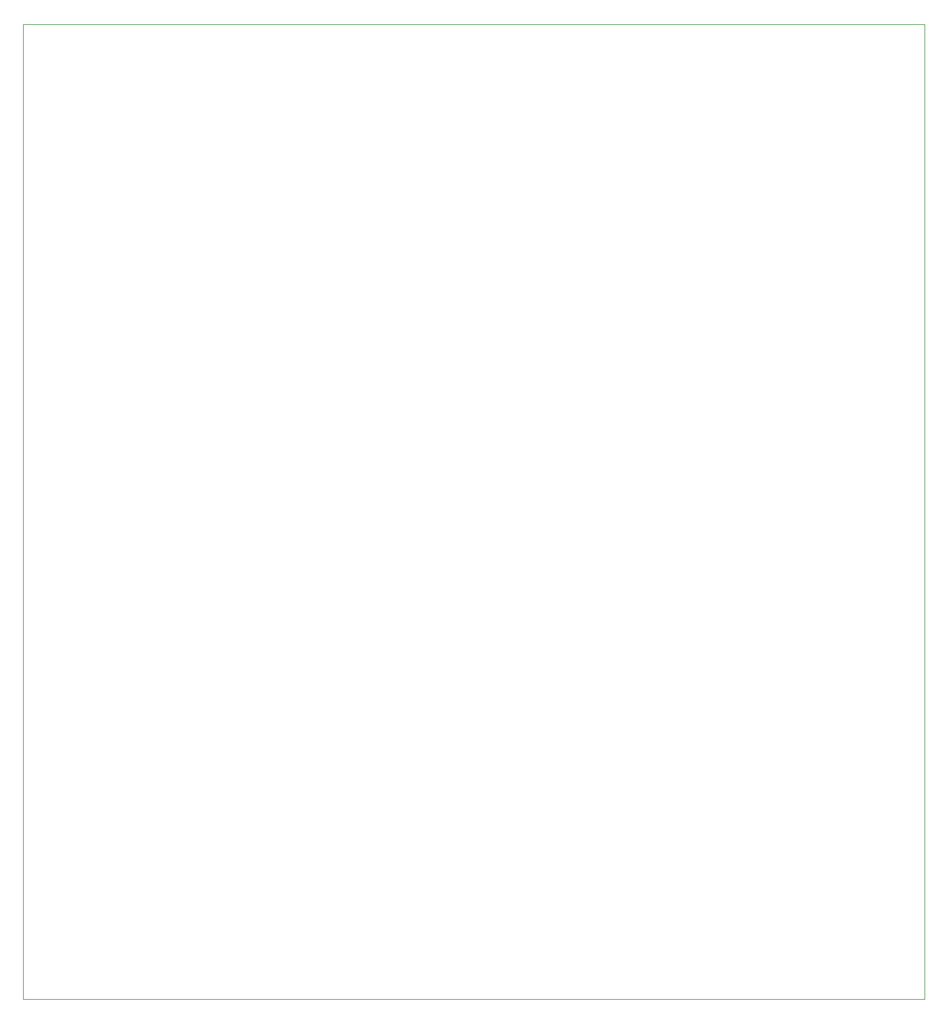
<source format=gm1>
G04 #@! TF.GenerationSoftware,KiCad,Pcbnew,(5.1.10)-1*
G04 #@! TF.CreationDate,2021-09-13T16:17:20-07:00*
G04 #@! TF.ProjectId,keyboard_pcb,6b657962-6f61-4726-945f-7063622e6b69,v0.1*
G04 #@! TF.SameCoordinates,Original*
G04 #@! TF.FileFunction,Profile,NP*
%FSLAX46Y46*%
G04 Gerber Fmt 4.6, Leading zero omitted, Abs format (unit mm)*
G04 Created by KiCad (PCBNEW (5.1.10)-1) date 2021-09-13 16:17:20*
%MOMM*%
%LPD*%
G01*
G04 APERTURE LIST*
G04 #@! TA.AperFunction,Profile*
%ADD10C,0.100000*%
G04 #@! TD*
G04 APERTURE END LIST*
D10*
X168275000Y-35560000D02*
X168275000Y-171450000D01*
X42545000Y-35560000D02*
X168275000Y-35560000D01*
X42545000Y-171450000D02*
X42545000Y-35560000D01*
X168275000Y-171450000D02*
X42545000Y-171450000D01*
M02*

</source>
